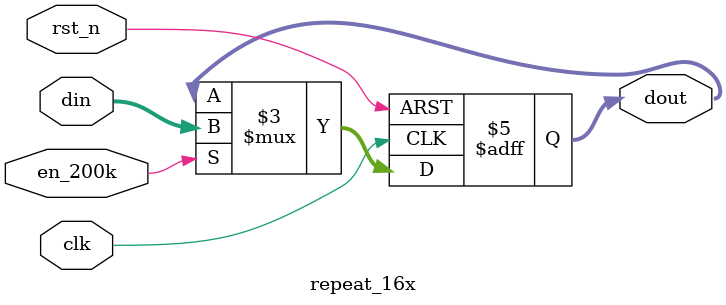
<source format=v>
module repeat_16x (
    input  wire                   clk,      // 3.2MHz 主时钟
    input  wire                   rst_n,
    input  wire signed [15:0]    din,      // 来自 Stage-2 的 200kHz 数据
    input  wire                   en_200k,  // 每 16 个主时钟跳一次的高电平使能
    output reg  signed [15:0]    dout      // 最终 3.2MHz 输出
);
    always @(posedge clk or negedge rst_n) begin
        if (!rst_n) dout <= 16'd0;
        else if (en_200k) dout <= din; // 只有 200kHz 采样时刻更新，其余时刻保持
    end
endmodule
</source>
